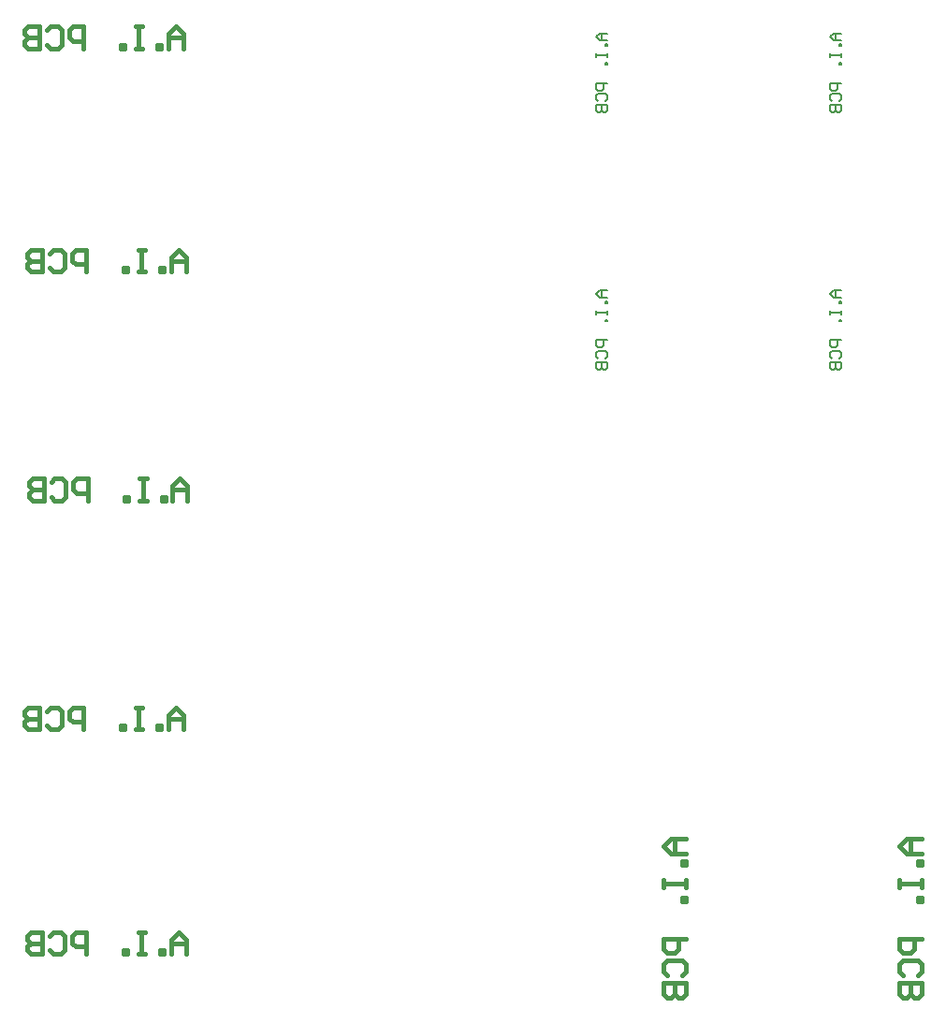
<source format=gbo>
G04 Layer_Color=32896*
%FSLAX25Y25*%
%MOIN*%
G70*
G01*
G75*
%ADD29C,0.00787*%
%ADD37C,0.01575*%
D29*
X318500Y279437D02*
X315876D01*
X314564Y278125D01*
X315876Y276813D01*
X318500D01*
X316532D01*
Y279437D01*
X318500Y275501D02*
X317844D01*
Y274845D01*
X318500D01*
Y275501D01*
X314564Y272221D02*
Y270910D01*
Y271566D01*
X318500D01*
Y272221D01*
Y270910D01*
Y268942D02*
X317844D01*
Y268286D01*
X318500D01*
Y268942D01*
Y261726D02*
X314564D01*
Y259758D01*
X315220Y259102D01*
X316532D01*
X317188Y259758D01*
Y261726D01*
X315220Y255167D02*
X314564Y255823D01*
Y257135D01*
X315220Y257790D01*
X317844D01*
X318500Y257135D01*
Y255823D01*
X317844Y255167D01*
X314564Y253855D02*
X318500D01*
Y251887D01*
X317844Y251231D01*
X317188D01*
X316532Y251887D01*
Y253855D01*
Y251887D01*
X315876Y251231D01*
X315220D01*
X314564Y251887D01*
Y253855D01*
X318500Y370937D02*
X315876D01*
X314564Y369625D01*
X315876Y368313D01*
X318500D01*
X316532D01*
Y370937D01*
X318500Y367001D02*
X317844D01*
Y366345D01*
X318500D01*
Y367001D01*
X314564Y363721D02*
Y362410D01*
Y363066D01*
X318500D01*
Y363721D01*
Y362410D01*
Y360442D02*
X317844D01*
Y359786D01*
X318500D01*
Y360442D01*
Y353226D02*
X314564D01*
Y351258D01*
X315220Y350602D01*
X316532D01*
X317188Y351258D01*
Y353226D01*
X315220Y346667D02*
X314564Y347323D01*
Y348635D01*
X315220Y349290D01*
X317844D01*
X318500Y348635D01*
Y347323D01*
X317844Y346667D01*
X314564Y345355D02*
X318500D01*
Y343387D01*
X317844Y342731D01*
X317188D01*
X316532Y343387D01*
Y345355D01*
Y343387D01*
X315876Y342731D01*
X315220D01*
X314564Y343387D01*
Y345355D01*
X235000Y370937D02*
X232376D01*
X231064Y369625D01*
X232376Y368313D01*
X235000D01*
X233032D01*
Y370937D01*
X235000Y367001D02*
X234344D01*
Y366345D01*
X235000D01*
Y367001D01*
X231064Y363721D02*
Y362410D01*
Y363066D01*
X235000D01*
Y363721D01*
Y362410D01*
Y360442D02*
X234344D01*
Y359786D01*
X235000D01*
Y360442D01*
Y353226D02*
X231064D01*
Y351258D01*
X231720Y350602D01*
X233032D01*
X233688Y351258D01*
Y353226D01*
X231720Y346667D02*
X231064Y347323D01*
Y348635D01*
X231720Y349290D01*
X234344D01*
X235000Y348635D01*
Y347323D01*
X234344Y346667D01*
X231064Y345355D02*
X235000D01*
Y343387D01*
X234344Y342731D01*
X233688D01*
X233032Y343387D01*
Y345355D01*
Y343387D01*
X232376Y342731D01*
X231720D01*
X231064Y343387D01*
Y345355D01*
X235000Y279437D02*
X232376D01*
X231064Y278125D01*
X232376Y276813D01*
X235000D01*
X233032D01*
Y279437D01*
X235000Y275501D02*
X234344D01*
Y274845D01*
X235000D01*
Y275501D01*
X231064Y272221D02*
Y270910D01*
Y271566D01*
X235000D01*
Y272221D01*
Y270910D01*
Y268942D02*
X234344D01*
Y268286D01*
X235000D01*
Y268942D01*
Y261726D02*
X231064D01*
Y259758D01*
X231720Y259102D01*
X233032D01*
X233688Y259758D01*
Y261726D01*
X231720Y255167D02*
X231064Y255823D01*
Y257135D01*
X231720Y257790D01*
X234344D01*
X235000Y257135D01*
Y255823D01*
X234344Y255167D01*
X231064Y253855D02*
X235000D01*
Y251887D01*
X234344Y251231D01*
X233688D01*
X233032Y251887D01*
Y253855D01*
Y251887D01*
X232376Y251231D01*
X231720D01*
X231064Y251887D01*
Y253855D01*
D37*
X347000Y84000D02*
X341752D01*
X339128Y81376D01*
X341752Y78752D01*
X347000D01*
X343064D01*
Y84000D01*
X347000Y76129D02*
X345688D01*
Y74817D01*
X347000D01*
Y76129D01*
X339128Y69569D02*
Y66945D01*
Y68257D01*
X347000D01*
Y69569D01*
Y66945D01*
Y63009D02*
X345688D01*
Y61698D01*
X347000D01*
Y63009D01*
Y48578D02*
X339128D01*
Y44643D01*
X340440Y43331D01*
X343064D01*
X344376Y44643D01*
Y48578D01*
X340440Y35459D02*
X339128Y36771D01*
Y39395D01*
X340440Y40707D01*
X345688D01*
X347000Y39395D01*
Y36771D01*
X345688Y35459D01*
X339128Y32835D02*
X347000D01*
Y28900D01*
X345688Y27588D01*
X344376D01*
X343064Y28900D01*
Y32835D01*
Y28900D01*
X341752Y27588D01*
X340440D01*
X339128Y28900D01*
Y32835D01*
X263000Y84000D02*
X257752D01*
X255129Y81376D01*
X257752Y78752D01*
X263000D01*
X259064D01*
Y84000D01*
X263000Y76129D02*
X261688D01*
Y74817D01*
X263000D01*
Y76129D01*
X255129Y69569D02*
Y66945D01*
Y68257D01*
X263000D01*
Y69569D01*
Y66945D01*
Y63009D02*
X261688D01*
Y61698D01*
X263000D01*
Y63009D01*
Y48578D02*
X255129D01*
Y44643D01*
X256440Y43331D01*
X259064D01*
X260376Y44643D01*
Y48578D01*
X256440Y35459D02*
X255129Y36771D01*
Y39395D01*
X256440Y40707D01*
X261688D01*
X263000Y39395D01*
Y36771D01*
X261688Y35459D01*
X255129Y32835D02*
X263000D01*
Y28900D01*
X261688Y27588D01*
X260376D01*
X259064Y28900D01*
Y32835D01*
Y28900D01*
X257752Y27588D01*
X256440D01*
X255129Y28900D01*
Y32835D01*
X85000Y43000D02*
Y48248D01*
X82376Y50871D01*
X79752Y48248D01*
Y43000D01*
Y46936D01*
X85000D01*
X77128Y43000D02*
Y44312D01*
X75817D01*
Y43000D01*
X77128D01*
X70569Y50871D02*
X67945D01*
X69257D01*
Y43000D01*
X70569D01*
X67945D01*
X64009D02*
Y44312D01*
X62697D01*
Y43000D01*
X64009D01*
X49578D02*
Y50871D01*
X45643D01*
X44331Y49560D01*
Y46936D01*
X45643Y45624D01*
X49578D01*
X36459Y49560D02*
X37771Y50871D01*
X40395D01*
X41707Y49560D01*
Y44312D01*
X40395Y43000D01*
X37771D01*
X36459Y44312D01*
X33835Y50871D02*
Y43000D01*
X29900D01*
X28588Y44312D01*
Y45624D01*
X29900Y46936D01*
X33835D01*
X29900D01*
X28588Y48248D01*
Y49560D01*
X29900Y50871D01*
X33835D01*
X84000Y123000D02*
Y128248D01*
X81376Y130871D01*
X78752Y128248D01*
Y123000D01*
Y126936D01*
X84000D01*
X76129Y123000D02*
Y124312D01*
X74817D01*
Y123000D01*
X76129D01*
X69569Y130871D02*
X66945D01*
X68257D01*
Y123000D01*
X69569D01*
X66945D01*
X63009D02*
Y124312D01*
X61698D01*
Y123000D01*
X63009D01*
X48578D02*
Y130871D01*
X44643D01*
X43331Y129560D01*
Y126936D01*
X44643Y125624D01*
X48578D01*
X35459Y129560D02*
X36771Y130871D01*
X39395D01*
X40707Y129560D01*
Y124312D01*
X39395Y123000D01*
X36771D01*
X35459Y124312D01*
X32835Y130871D02*
Y123000D01*
X28900D01*
X27588Y124312D01*
Y125624D01*
X28900Y126936D01*
X32835D01*
X28900D01*
X27588Y128248D01*
Y129560D01*
X28900Y130871D01*
X32835D01*
X85500Y204500D02*
Y209748D01*
X82876Y212371D01*
X80252Y209748D01*
Y204500D01*
Y208436D01*
X85500D01*
X77628Y204500D02*
Y205812D01*
X76317D01*
Y204500D01*
X77628D01*
X71069Y212371D02*
X68445D01*
X69757D01*
Y204500D01*
X71069D01*
X68445D01*
X64509D02*
Y205812D01*
X63197D01*
Y204500D01*
X64509D01*
X50078D02*
Y212371D01*
X46143D01*
X44831Y211060D01*
Y208436D01*
X46143Y207124D01*
X50078D01*
X36959Y211060D02*
X38271Y212371D01*
X40895D01*
X42207Y211060D01*
Y205812D01*
X40895Y204500D01*
X38271D01*
X36959Y205812D01*
X34335Y212371D02*
Y204500D01*
X30400D01*
X29088Y205812D01*
Y207124D01*
X30400Y208436D01*
X34335D01*
X30400D01*
X29088Y209748D01*
Y211060D01*
X30400Y212371D01*
X34335D01*
X85000Y286000D02*
Y291248D01*
X82376Y293871D01*
X79752Y291248D01*
Y286000D01*
Y289936D01*
X85000D01*
X77128Y286000D02*
Y287312D01*
X75817D01*
Y286000D01*
X77128D01*
X70569Y293871D02*
X67945D01*
X69257D01*
Y286000D01*
X70569D01*
X67945D01*
X64009D02*
Y287312D01*
X62697D01*
Y286000D01*
X64009D01*
X49578D02*
Y293871D01*
X45643D01*
X44331Y292560D01*
Y289936D01*
X45643Y288624D01*
X49578D01*
X36459Y292560D02*
X37771Y293871D01*
X40395D01*
X41707Y292560D01*
Y287312D01*
X40395Y286000D01*
X37771D01*
X36459Y287312D01*
X33835Y293871D02*
Y286000D01*
X29900D01*
X28588Y287312D01*
Y288624D01*
X29900Y289936D01*
X33835D01*
X29900D01*
X28588Y291248D01*
Y292560D01*
X29900Y293871D01*
X33835D01*
X84000Y365500D02*
Y370748D01*
X81376Y373372D01*
X78752Y370748D01*
Y365500D01*
Y369436D01*
X84000D01*
X76129Y365500D02*
Y366812D01*
X74817D01*
Y365500D01*
X76129D01*
X69569Y373372D02*
X66945D01*
X68257D01*
Y365500D01*
X69569D01*
X66945D01*
X63009D02*
Y366812D01*
X61698D01*
Y365500D01*
X63009D01*
X48578D02*
Y373372D01*
X44643D01*
X43331Y372060D01*
Y369436D01*
X44643Y368124D01*
X48578D01*
X35459Y372060D02*
X36771Y373372D01*
X39395D01*
X40707Y372060D01*
Y366812D01*
X39395Y365500D01*
X36771D01*
X35459Y366812D01*
X32835Y373372D02*
Y365500D01*
X28900D01*
X27588Y366812D01*
Y368124D01*
X28900Y369436D01*
X32835D01*
X28900D01*
X27588Y370748D01*
Y372060D01*
X28900Y373372D01*
X32835D01*
M02*

</source>
